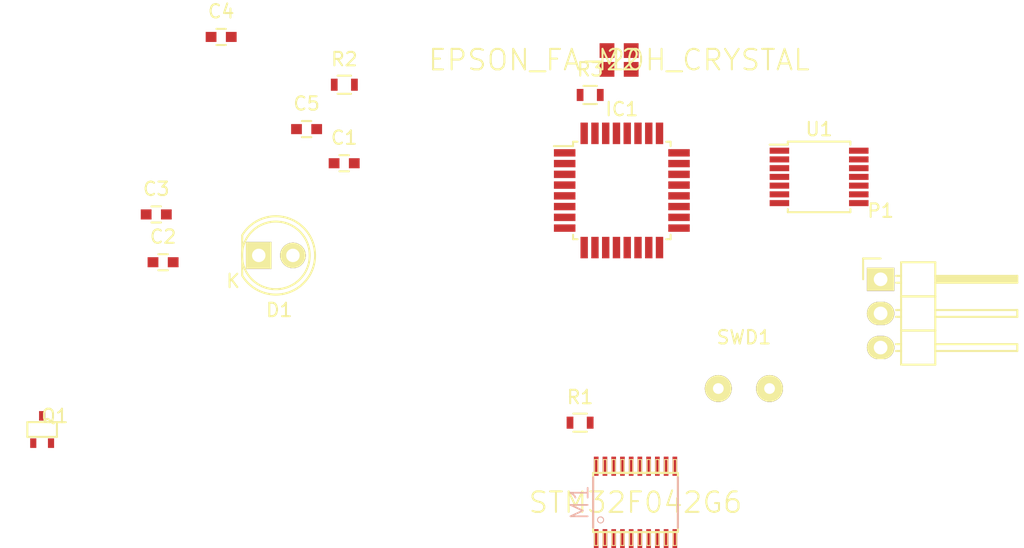
<source format=kicad_pcb>
(kicad_pcb (version 4) (host pcbnew "(2015-05-28 BZR 5690)-product")

  (general
    (links 37)
    (no_connects 37)
    (area 131.490257 87.399 200.867001 128.67574)
    (thickness 1.6)
    (drawings 0)
    (tracks 0)
    (zones 0)
    (modules 16)
    (nets 12)
  )

  (page A4)
  (layers
    (0 F.Cu signal)
    (31 B.Cu signal)
    (32 B.Adhes user)
    (33 F.Adhes user)
    (34 B.Paste user)
    (35 F.Paste user)
    (36 B.SilkS user)
    (37 F.SilkS user)
    (38 B.Mask user)
    (39 F.Mask user)
    (40 Dwgs.User user)
    (41 Cmts.User user)
    (42 Eco1.User user)
    (43 Eco2.User user)
    (44 Edge.Cuts user)
    (45 Margin user)
    (46 B.CrtYd user)
    (47 F.CrtYd user)
    (48 B.Fab user)
    (49 F.Fab user)
  )

  (setup
    (last_trace_width 0.25)
    (trace_clearance 0.2)
    (zone_clearance 0.508)
    (zone_45_only no)
    (trace_min 0.2)
    (segment_width 0.2)
    (edge_width 0.1)
    (via_size 0.6)
    (via_drill 0.4)
    (via_min_size 0.4)
    (via_min_drill 0.3)
    (uvia_size 0.3)
    (uvia_drill 0.1)
    (uvias_allowed no)
    (uvia_min_size 0.2)
    (uvia_min_drill 0.1)
    (pcb_text_width 0.3)
    (pcb_text_size 1.5 1.5)
    (mod_edge_width 0.15)
    (mod_text_size 1 1)
    (mod_text_width 0.15)
    (pad_size 1.5 1.5)
    (pad_drill 0.6)
    (pad_to_mask_clearance 0)
    (aux_axis_origin 0 0)
    (visible_elements FFFFFF7F)
    (pcbplotparams
      (layerselection 0x00030_80000001)
      (usegerberextensions false)
      (excludeedgelayer true)
      (linewidth 0.100000)
      (plotframeref false)
      (viasonmask false)
      (mode 1)
      (useauxorigin false)
      (hpglpennumber 1)
      (hpglpenspeed 20)
      (hpglpendiameter 15)
      (hpglpenoverlay 2)
      (psnegative false)
      (psa4output false)
      (plotreference true)
      (plotvalue true)
      (plotinvisibletext false)
      (padsonsilk false)
      (subtractmaskfromsilk false)
      (outputformat 1)
      (mirror false)
      (drillshape 1)
      (scaleselection 1)
      (outputdirectory ""))
  )

  (net 0 "")
  (net 1 GND)
  (net 2 +3V3)
  (net 3 LED_FET)
  (net 4 !RESET)
  (net 5 "Net-(M1-Pad1)")
  (net 6 "Net-(M1-Pad4)")
  (net 7 swdclk)
  (net 8 "Net-(C4-Pad1)")
  (net 9 "Net-(C5-Pad1)")
  (net 10 "Net-(D1-Pad1)")
  (net 11 IR_RECEIVER1)

  (net_class Default "This is the default net class."
    (clearance 0.2)
    (trace_width 0.25)
    (via_dia 0.6)
    (via_drill 0.4)
    (uvia_dia 0.3)
    (uvia_drill 0.1)
    (add_net !RESET)
    (add_net +3V3)
    (add_net GND)
    (add_net IR_RECEIVER1)
    (add_net LED_FET)
    (add_net "Net-(C4-Pad1)")
    (add_net "Net-(C5-Pad1)")
    (add_net "Net-(D1-Pad1)")
    (add_net "Net-(M1-Pad1)")
    (add_net "Net-(M1-Pad4)")
    (add_net swdclk)
  )

  (module Housings_QFP:TQFP-32_7x7mm_Pitch0.8mm (layer F.Cu) (tedit 54130A77) (tstamp 5637EBD5)
    (at 177.868 101.848)
    (descr "32-Lead Plastic Thin Quad Flatpack (PT) - 7x7x1.0 mm Body, 2.00 mm [TQFP] (see Microchip Packaging Specification 00000049BS.pdf)")
    (tags "QFP 0.8")
    (path /5637E2EF)
    (attr smd)
    (fp_text reference IC1 (at 0 -6.05) (layer F.SilkS)
      (effects (font (size 1 1) (thickness 0.15)))
    )
    (fp_text value ATMEGA328P-A (at 0 6.05) (layer F.Fab)
      (effects (font (size 1 1) (thickness 0.15)))
    )
    (fp_line (start -5.3 -5.3) (end -5.3 5.3) (layer F.CrtYd) (width 0.05))
    (fp_line (start 5.3 -5.3) (end 5.3 5.3) (layer F.CrtYd) (width 0.05))
    (fp_line (start -5.3 -5.3) (end 5.3 -5.3) (layer F.CrtYd) (width 0.05))
    (fp_line (start -5.3 5.3) (end 5.3 5.3) (layer F.CrtYd) (width 0.05))
    (fp_line (start -3.625 -3.625) (end -3.625 -3.3) (layer F.SilkS) (width 0.15))
    (fp_line (start 3.625 -3.625) (end 3.625 -3.3) (layer F.SilkS) (width 0.15))
    (fp_line (start 3.625 3.625) (end 3.625 3.3) (layer F.SilkS) (width 0.15))
    (fp_line (start -3.625 3.625) (end -3.625 3.3) (layer F.SilkS) (width 0.15))
    (fp_line (start -3.625 -3.625) (end -3.3 -3.625) (layer F.SilkS) (width 0.15))
    (fp_line (start -3.625 3.625) (end -3.3 3.625) (layer F.SilkS) (width 0.15))
    (fp_line (start 3.625 3.625) (end 3.3 3.625) (layer F.SilkS) (width 0.15))
    (fp_line (start 3.625 -3.625) (end 3.3 -3.625) (layer F.SilkS) (width 0.15))
    (fp_line (start -3.625 -3.3) (end -5.05 -3.3) (layer F.SilkS) (width 0.15))
    (pad 1 smd rect (at -4.25 -2.8) (size 1.6 0.55) (layers F.Cu F.Paste F.Mask))
    (pad 2 smd rect (at -4.25 -2) (size 1.6 0.55) (layers F.Cu F.Paste F.Mask))
    (pad 3 smd rect (at -4.25 -1.2) (size 1.6 0.55) (layers F.Cu F.Paste F.Mask)
      (net 1 GND))
    (pad 4 smd rect (at -4.25 -0.4) (size 1.6 0.55) (layers F.Cu F.Paste F.Mask)
      (net 2 +3V3))
    (pad 5 smd rect (at -4.25 0.4) (size 1.6 0.55) (layers F.Cu F.Paste F.Mask)
      (net 1 GND))
    (pad 6 smd rect (at -4.25 1.2) (size 1.6 0.55) (layers F.Cu F.Paste F.Mask)
      (net 2 +3V3))
    (pad 7 smd rect (at -4.25 2) (size 1.6 0.55) (layers F.Cu F.Paste F.Mask)
      (net 9 "Net-(C5-Pad1)"))
    (pad 8 smd rect (at -4.25 2.8) (size 1.6 0.55) (layers F.Cu F.Paste F.Mask)
      (net 8 "Net-(C4-Pad1)"))
    (pad 9 smd rect (at -2.8 4.25 90) (size 1.6 0.55) (layers F.Cu F.Paste F.Mask))
    (pad 10 smd rect (at -2 4.25 90) (size 1.6 0.55) (layers F.Cu F.Paste F.Mask))
    (pad 11 smd rect (at -1.2 4.25 90) (size 1.6 0.55) (layers F.Cu F.Paste F.Mask))
    (pad 12 smd rect (at -0.4 4.25 90) (size 1.6 0.55) (layers F.Cu F.Paste F.Mask))
    (pad 13 smd rect (at 0.4 4.25 90) (size 1.6 0.55) (layers F.Cu F.Paste F.Mask)
      (net 3 LED_FET))
    (pad 14 smd rect (at 1.2 4.25 90) (size 1.6 0.55) (layers F.Cu F.Paste F.Mask))
    (pad 15 smd rect (at 2 4.25 90) (size 1.6 0.55) (layers F.Cu F.Paste F.Mask))
    (pad 16 smd rect (at 2.8 4.25 90) (size 1.6 0.55) (layers F.Cu F.Paste F.Mask))
    (pad 17 smd rect (at 4.25 2.8) (size 1.6 0.55) (layers F.Cu F.Paste F.Mask))
    (pad 18 smd rect (at 4.25 2) (size 1.6 0.55) (layers F.Cu F.Paste F.Mask)
      (net 2 +3V3))
    (pad 19 smd rect (at 4.25 1.2) (size 1.6 0.55) (layers F.Cu F.Paste F.Mask))
    (pad 20 smd rect (at 4.25 0.4) (size 1.6 0.55) (layers F.Cu F.Paste F.Mask)
      (net 2 +3V3))
    (pad 21 smd rect (at 4.25 -0.4) (size 1.6 0.55) (layers F.Cu F.Paste F.Mask)
      (net 1 GND))
    (pad 22 smd rect (at 4.25 -1.2) (size 1.6 0.55) (layers F.Cu F.Paste F.Mask))
    (pad 23 smd rect (at 4.25 -2) (size 1.6 0.55) (layers F.Cu F.Paste F.Mask))
    (pad 24 smd rect (at 4.25 -2.8) (size 1.6 0.55) (layers F.Cu F.Paste F.Mask))
    (pad 25 smd rect (at 2.8 -4.25 90) (size 1.6 0.55) (layers F.Cu F.Paste F.Mask))
    (pad 26 smd rect (at 2 -4.25 90) (size 1.6 0.55) (layers F.Cu F.Paste F.Mask))
    (pad 27 smd rect (at 1.2 -4.25 90) (size 1.6 0.55) (layers F.Cu F.Paste F.Mask))
    (pad 28 smd rect (at 0.4 -4.25 90) (size 1.6 0.55) (layers F.Cu F.Paste F.Mask))
    (pad 29 smd rect (at -0.4 -4.25 90) (size 1.6 0.55) (layers F.Cu F.Paste F.Mask)
      (net 4 !RESET))
    (pad 30 smd rect (at -1.2 -4.25 90) (size 1.6 0.55) (layers F.Cu F.Paste F.Mask))
    (pad 31 smd rect (at -2 -4.25 90) (size 1.6 0.55) (layers F.Cu F.Paste F.Mask))
    (pad 32 smd rect (at -2.8 -4.25 90) (size 1.6 0.55) (layers F.Cu F.Paste F.Mask)
      (net 11 IR_RECEIVER1))
    (model Housings_QFP.3dshapes/TQFP-32_7x7mm_Pitch0.8mm.wrl
      (at (xyz 0 0 0))
      (scale (xyz 1 1 1))
      (rotate (xyz 0 0 0))
    )
  )

  (module james:James-TSSOP-20 (layer F.Cu) (tedit 200000) (tstamp 5637EBED)
    (at 178.88458 125.06452)
    (descr "PAD SIZE: 0.35 X 1.43 MM")
    (tags "PAD SIZE: 0.35 X 1.43 MM")
    (path /5637D4CB)
    (attr smd)
    (fp_text reference M1 (at -4.1402 0 90) (layer B.SilkS)
      (effects (font (size 1.27 1.27) (thickness 0.127)))
    )
    (fp_text value STM32F042G6 (at 0 0) (layer F.SilkS)
      (effects (font (thickness 0.15)))
    )
    (fp_line (start -2.39776 3.19786) (end -2.15392 3.19786) (layer F.SilkS) (width 0.06604))
    (fp_line (start -2.15392 3.19786) (end -2.15392 2.19964) (layer F.SilkS) (width 0.06604))
    (fp_line (start -2.39776 2.19964) (end -2.15392 2.19964) (layer F.SilkS) (width 0.06604))
    (fp_line (start -2.39776 3.19786) (end -2.39776 2.19964) (layer F.SilkS) (width 0.06604))
    (fp_line (start -1.74752 3.19786) (end -1.50368 3.19786) (layer F.SilkS) (width 0.06604))
    (fp_line (start -1.50368 3.19786) (end -1.50368 2.19964) (layer F.SilkS) (width 0.06604))
    (fp_line (start -1.74752 2.19964) (end -1.50368 2.19964) (layer F.SilkS) (width 0.06604))
    (fp_line (start -1.74752 3.19786) (end -1.74752 2.19964) (layer F.SilkS) (width 0.06604))
    (fp_line (start -1.09982 3.19786) (end -0.85344 3.19786) (layer F.SilkS) (width 0.06604))
    (fp_line (start -0.85344 3.19786) (end -0.85344 2.19964) (layer F.SilkS) (width 0.06604))
    (fp_line (start -1.09982 2.19964) (end -0.85344 2.19964) (layer F.SilkS) (width 0.06604))
    (fp_line (start -1.09982 3.19786) (end -1.09982 2.19964) (layer F.SilkS) (width 0.06604))
    (fp_line (start -0.44958 3.19786) (end -0.2032 3.19786) (layer F.SilkS) (width 0.06604))
    (fp_line (start -0.2032 3.19786) (end -0.2032 2.19964) (layer F.SilkS) (width 0.06604))
    (fp_line (start -0.44958 2.19964) (end -0.2032 2.19964) (layer F.SilkS) (width 0.06604))
    (fp_line (start -0.44958 3.19786) (end -0.44958 2.19964) (layer F.SilkS) (width 0.06604))
    (fp_line (start 0.19812 3.19786) (end 0.4445 3.19786) (layer F.SilkS) (width 0.06604))
    (fp_line (start 0.4445 3.19786) (end 0.4445 2.19964) (layer F.SilkS) (width 0.06604))
    (fp_line (start 0.19812 2.19964) (end 0.4445 2.19964) (layer F.SilkS) (width 0.06604))
    (fp_line (start 0.19812 3.19786) (end 0.19812 2.19964) (layer F.SilkS) (width 0.06604))
    (fp_line (start 0.84836 3.19786) (end 1.09474 3.19786) (layer F.SilkS) (width 0.06604))
    (fp_line (start 1.09474 3.19786) (end 1.09474 2.19964) (layer F.SilkS) (width 0.06604))
    (fp_line (start 0.84836 2.19964) (end 1.09474 2.19964) (layer F.SilkS) (width 0.06604))
    (fp_line (start 0.84836 3.19786) (end 0.84836 2.19964) (layer F.SilkS) (width 0.06604))
    (fp_line (start 1.4986 3.19786) (end 1.74498 3.19786) (layer F.SilkS) (width 0.06604))
    (fp_line (start 1.74498 3.19786) (end 1.74498 2.19964) (layer F.SilkS) (width 0.06604))
    (fp_line (start 1.4986 2.19964) (end 1.74498 2.19964) (layer F.SilkS) (width 0.06604))
    (fp_line (start 1.4986 3.19786) (end 1.4986 2.19964) (layer F.SilkS) (width 0.06604))
    (fp_line (start 2.14884 3.19786) (end 2.39268 3.19786) (layer F.SilkS) (width 0.06604))
    (fp_line (start 2.39268 3.19786) (end 2.39268 2.19964) (layer F.SilkS) (width 0.06604))
    (fp_line (start 2.14884 2.19964) (end 2.39268 2.19964) (layer F.SilkS) (width 0.06604))
    (fp_line (start 2.14884 3.19786) (end 2.14884 2.19964) (layer F.SilkS) (width 0.06604))
    (fp_line (start 2.15392 -2.19964) (end 2.39776 -2.19964) (layer F.SilkS) (width 0.06604))
    (fp_line (start 2.39776 -2.19964) (end 2.39776 -3.19786) (layer F.SilkS) (width 0.06604))
    (fp_line (start 2.15392 -3.19786) (end 2.39776 -3.19786) (layer F.SilkS) (width 0.06604))
    (fp_line (start 2.15392 -2.19964) (end 2.15392 -3.19786) (layer F.SilkS) (width 0.06604))
    (fp_line (start 1.50368 -2.19964) (end 1.74752 -2.19964) (layer F.SilkS) (width 0.06604))
    (fp_line (start 1.74752 -2.19964) (end 1.74752 -3.19786) (layer F.SilkS) (width 0.06604))
    (fp_line (start 1.50368 -3.19786) (end 1.74752 -3.19786) (layer F.SilkS) (width 0.06604))
    (fp_line (start 1.50368 -2.19964) (end 1.50368 -3.19786) (layer F.SilkS) (width 0.06604))
    (fp_line (start 0.85344 -2.19964) (end 1.09982 -2.19964) (layer F.SilkS) (width 0.06604))
    (fp_line (start 1.09982 -2.19964) (end 1.09982 -3.19786) (layer F.SilkS) (width 0.06604))
    (fp_line (start 0.85344 -3.19786) (end 1.09982 -3.19786) (layer F.SilkS) (width 0.06604))
    (fp_line (start 0.85344 -2.19964) (end 0.85344 -3.19786) (layer F.SilkS) (width 0.06604))
    (fp_line (start 0.2032 -2.19964) (end 0.44958 -2.19964) (layer F.SilkS) (width 0.06604))
    (fp_line (start 0.44958 -2.19964) (end 0.44958 -3.19786) (layer F.SilkS) (width 0.06604))
    (fp_line (start 0.2032 -3.19786) (end 0.44958 -3.19786) (layer F.SilkS) (width 0.06604))
    (fp_line (start 0.2032 -2.19964) (end 0.2032 -3.19786) (layer F.SilkS) (width 0.06604))
    (fp_line (start -0.4445 -2.19964) (end -0.19812 -2.19964) (layer F.SilkS) (width 0.06604))
    (fp_line (start -0.19812 -2.19964) (end -0.19812 -3.19786) (layer F.SilkS) (width 0.06604))
    (fp_line (start -0.4445 -3.19786) (end -0.19812 -3.19786) (layer F.SilkS) (width 0.06604))
    (fp_line (start -0.4445 -2.19964) (end -0.4445 -3.19786) (layer F.SilkS) (width 0.06604))
    (fp_line (start -1.09474 -2.19964) (end -0.84836 -2.19964) (layer F.SilkS) (width 0.06604))
    (fp_line (start -0.84836 -2.19964) (end -0.84836 -3.19786) (layer F.SilkS) (width 0.06604))
    (fp_line (start -1.09474 -3.19786) (end -0.84836 -3.19786) (layer F.SilkS) (width 0.06604))
    (fp_line (start -1.09474 -2.19964) (end -1.09474 -3.19786) (layer F.SilkS) (width 0.06604))
    (fp_line (start -1.74498 -2.19964) (end -1.4986 -2.19964) (layer F.SilkS) (width 0.06604))
    (fp_line (start -1.4986 -2.19964) (end -1.4986 -3.19786) (layer F.SilkS) (width 0.06604))
    (fp_line (start -1.74498 -3.19786) (end -1.4986 -3.19786) (layer F.SilkS) (width 0.06604))
    (fp_line (start -1.74498 -2.19964) (end -1.74498 -3.19786) (layer F.SilkS) (width 0.06604))
    (fp_line (start -2.39268 -2.19964) (end -2.14884 -2.19964) (layer F.SilkS) (width 0.06604))
    (fp_line (start -2.14884 -2.19964) (end -2.14884 -3.19786) (layer F.SilkS) (width 0.06604))
    (fp_line (start -2.39268 -3.19786) (end -2.14884 -3.19786) (layer F.SilkS) (width 0.06604))
    (fp_line (start -2.39268 -2.19964) (end -2.39268 -3.19786) (layer F.SilkS) (width 0.06604))
    (fp_line (start 2.79908 3.19786) (end 3.04292 3.19786) (layer F.SilkS) (width 0.06604))
    (fp_line (start 3.04292 3.19786) (end 3.04292 2.19964) (layer F.SilkS) (width 0.06604))
    (fp_line (start 2.79908 2.19964) (end 3.04292 2.19964) (layer F.SilkS) (width 0.06604))
    (fp_line (start 2.79908 3.19786) (end 2.79908 2.19964) (layer F.SilkS) (width 0.06604))
    (fp_line (start 2.80416 -2.19964) (end 3.048 -2.19964) (layer F.SilkS) (width 0.06604))
    (fp_line (start 3.048 -2.19964) (end 3.048 -3.19786) (layer F.SilkS) (width 0.06604))
    (fp_line (start 2.80416 -3.19786) (end 3.048 -3.19786) (layer F.SilkS) (width 0.06604))
    (fp_line (start 2.80416 -2.19964) (end 2.80416 -3.19786) (layer F.SilkS) (width 0.06604))
    (fp_line (start -3.048 3.19786) (end -2.80416 3.19786) (layer F.SilkS) (width 0.06604))
    (fp_line (start -2.80416 3.19786) (end -2.80416 2.19964) (layer F.SilkS) (width 0.06604))
    (fp_line (start -3.048 2.19964) (end -2.80416 2.19964) (layer F.SilkS) (width 0.06604))
    (fp_line (start -3.048 3.19786) (end -3.048 2.19964) (layer F.SilkS) (width 0.06604))
    (fp_line (start -3.04292 -2.19964) (end -2.79908 -2.19964) (layer F.SilkS) (width 0.06604))
    (fp_line (start -2.79908 -2.19964) (end -2.79908 -3.19786) (layer F.SilkS) (width 0.06604))
    (fp_line (start -3.04292 -3.19786) (end -2.79908 -3.19786) (layer F.SilkS) (width 0.06604))
    (fp_line (start -3.04292 -2.19964) (end -3.04292 -3.19786) (layer F.SilkS) (width 0.06604))
    (fp_line (start -2.49936 -2.19964) (end 2.49936 -2.19964) (layer F.SilkS) (width 0.1524))
    (fp_line (start 2.49936 2.19964) (end -2.49936 2.19964) (layer F.SilkS) (width 0.1524))
    (fp_line (start -1.84912 -2.19964) (end 3.1496 -2.19964) (layer F.SilkS) (width 0.1524))
    (fp_line (start 3.1496 -2.19964) (end 3.1496 2.19964) (layer F.SilkS) (width 0.1524))
    (fp_line (start 3.1496 2.19964) (end -1.84912 2.19964) (layer F.SilkS) (width 0.1524))
    (fp_line (start 3.1496 -1.87452) (end 3.1496 1.87452) (layer B.SilkS) (width 0.1524))
    (fp_line (start -3.1496 -2.19964) (end 1.84912 -2.19964) (layer F.SilkS) (width 0.1524))
    (fp_line (start 1.84912 2.19964) (end -3.1496 2.19964) (layer F.SilkS) (width 0.1524))
    (fp_line (start -3.1496 2.19964) (end -3.1496 -2.19964) (layer F.SilkS) (width 0.1524))
    (fp_line (start -3.1496 1.87452) (end -3.1496 -1.87452) (layer B.SilkS) (width 0.1524))
    (fp_circle (center -2.59842 1.29794) (end -2.75844 1.45796) (layer B.SilkS) (width 0.0762))
    (pad 1 smd rect (at -2.92354 2.69748 90) (size 1.42748 0.34798) (layers F.Cu F.Paste F.Mask)
      (net 5 "Net-(M1-Pad1)"))
    (pad 2 smd rect (at -2.2733 2.69748 90) (size 1.42748 0.34798) (layers F.Cu F.Paste F.Mask))
    (pad 3 smd rect (at -1.62306 2.69748 90) (size 1.42748 0.34798) (layers F.Cu F.Paste F.Mask))
    (pad 4 smd rect (at -0.97282 2.69748 90) (size 1.42748 0.34798) (layers F.Cu F.Paste F.Mask)
      (net 6 "Net-(M1-Pad4)"))
    (pad 5 smd rect (at -0.32258 2.69748 90) (size 1.42748 0.34798) (layers F.Cu F.Paste F.Mask)
      (net 2 +3V3))
    (pad 6 smd rect (at 0.32258 2.69748 90) (size 1.42748 0.34798) (layers F.Cu F.Paste F.Mask))
    (pad 7 smd rect (at 0.97282 2.69748 90) (size 1.42748 0.34798) (layers F.Cu F.Paste F.Mask))
    (pad 8 smd rect (at 1.62306 2.69748 90) (size 1.42748 0.34798) (layers F.Cu F.Paste F.Mask))
    (pad 9 smd rect (at 2.2733 2.69748 90) (size 1.42748 0.34798) (layers F.Cu F.Paste F.Mask))
    (pad 10 smd rect (at 2.92354 2.69748 90) (size 1.42748 0.34798) (layers F.Cu F.Paste F.Mask))
    (pad 11 smd rect (at 2.92354 -2.69748 90) (size 1.42748 0.34798) (layers F.Cu F.Paste F.Mask))
    (pad 12 smd rect (at 2.2733 -2.69748 90) (size 1.42748 0.34798) (layers F.Cu F.Paste F.Mask)
      (net 3 LED_FET))
    (pad 13 smd rect (at 1.62306 -2.69748 90) (size 1.42748 0.34798) (layers F.Cu F.Paste F.Mask))
    (pad 14 smd rect (at 0.97282 -2.69748 90) (size 1.42748 0.34798) (layers F.Cu F.Paste F.Mask))
    (pad 15 smd rect (at 0.32258 -2.69748 90) (size 1.42748 0.34798) (layers F.Cu F.Paste F.Mask)
      (net 1 GND))
    (pad 16 smd rect (at -0.32258 -2.69748 90) (size 1.42748 0.34798) (layers F.Cu F.Paste F.Mask)
      (net 2 +3V3))
    (pad 17 smd rect (at -0.97282 -2.69748 90) (size 1.42748 0.34798) (layers F.Cu F.Paste F.Mask))
    (pad 18 smd rect (at -1.62306 -2.69748 90) (size 1.42748 0.34798) (layers F.Cu F.Paste F.Mask))
    (pad 19 smd rect (at -2.2733 -2.69748 90) (size 1.42748 0.34798) (layers F.Cu F.Paste F.Mask))
    (pad 20 smd rect (at -2.92354 -2.69748 90) (size 1.42748 0.34798) (layers F.Cu F.Paste F.Mask)
      (net 7 swdclk))
  )

  (module Ava:Ava-EPSON-FA-20H-CRYSTAL (layer F.Cu) (tedit 200000) (tstamp 5637EBF5)
    (at 177.66284 92.1385)
    (descr HTTP://WWW.FARNELL.COM/DATASHEETS/388641.PDF)
    (tags HTTP://WWW.FARNELL.COM/DATASHEETS/388641.PDF)
    (path /5637FD73)
    (attr smd)
    (fp_text reference M2 (at 0 0) (layer F.SilkS)
      (effects (font (thickness 0.15)))
    )
    (fp_text value EPSON_FA-20H_CRYSTAL (at 0 0) (layer F.SilkS)
      (effects (font (thickness 0.15)))
    )
    (pad 1 smd rect (at -0.89916 0.6985) (size 1.09982 1.09982) (layers F.Cu F.Paste F.Mask)
      (net 8 "Net-(C4-Pad1)"))
    (pad 2 smd rect (at 0.89916 0.6985) (size 1.09982 1.09982) (layers F.Cu F.Paste F.Mask))
    (pad 3 smd rect (at 0.89916 -0.6985) (size 1.09982 1.09982) (layers F.Cu F.Paste F.Mask)
      (net 9 "Net-(C5-Pad1)"))
    (pad 4 smd rect (at -0.89916 -0.6985) (size 1.09982 1.09982) (layers F.Cu F.Paste F.Mask))
  )

  (module Transistors_SMD:sc70 (layer F.Cu) (tedit 0) (tstamp 5637EBFC)
    (at 134.7724 119.634)
    (descr "SC70 SOT323")
    (path /5637D5D8)
    (attr smd)
    (fp_text reference Q1 (at 0.95 -1) (layer F.SilkS)
      (effects (font (size 1 1) (thickness 0.15)))
    )
    (fp_text value Q_NMOS_GSD (at 1.85 0.25) (layer F.Fab)
      (effects (font (size 1 1) (thickness 0.15)))
    )
    (fp_line (start -1.1 -0.55) (end -1.1 0.55) (layer F.SilkS) (width 0.15))
    (fp_line (start -1.1 0.55) (end 1.1 0.55) (layer F.SilkS) (width 0.15))
    (fp_line (start 1.1 0.55) (end 1.1 -0.55) (layer F.SilkS) (width 0.15))
    (fp_line (start 1.1 -0.55) (end -1.05 -0.55) (layer F.SilkS) (width 0.15))
    (fp_line (start -1.05 -0.55) (end -1.1 -0.55) (layer F.SilkS) (width 0.15))
    (pad 1 smd rect (at -0.6604 1.016) (size 0.4572 0.7112) (layers F.Cu F.Paste F.Mask)
      (net 3 LED_FET))
    (pad 2 smd rect (at 0.6604 1.016) (size 0.4572 0.7112) (layers F.Cu F.Paste F.Mask)
      (net 1 GND))
    (pad 3 smd rect (at 0 -1.016) (size 0.4572 0.7112) (layers F.Cu F.Paste F.Mask)
      (net 10 "Net-(D1-Pad1)"))
    (model Transistors_SMD.3dshapes/sc70.wrl
      (at (xyz 0 0 0))
      (scale (xyz 1 1 1))
      (rotate (xyz 0 0 0))
    )
  )

  (module Resistors_SMD:R_0603 (layer F.Cu) (tedit 5415CC62) (tstamp 5637EC02)
    (at 174.764 119.126)
    (descr "Resistor SMD 0603, reflow soldering, Vishay (see dcrcw.pdf)")
    (tags "resistor 0603")
    (path /5637D53F)
    (attr smd)
    (fp_text reference R1 (at 0 -1.9) (layer F.SilkS)
      (effects (font (size 1 1) (thickness 0.15)))
    )
    (fp_text value R (at 0 1.9) (layer F.Fab)
      (effects (font (size 1 1) (thickness 0.15)))
    )
    (fp_line (start -1.3 -0.8) (end 1.3 -0.8) (layer F.CrtYd) (width 0.05))
    (fp_line (start -1.3 0.8) (end 1.3 0.8) (layer F.CrtYd) (width 0.05))
    (fp_line (start -1.3 -0.8) (end -1.3 0.8) (layer F.CrtYd) (width 0.05))
    (fp_line (start 1.3 -0.8) (end 1.3 0.8) (layer F.CrtYd) (width 0.05))
    (fp_line (start 0.5 0.675) (end -0.5 0.675) (layer F.SilkS) (width 0.15))
    (fp_line (start -0.5 -0.675) (end 0.5 -0.675) (layer F.SilkS) (width 0.15))
    (pad 1 smd rect (at -0.75 0) (size 0.5 0.9) (layers F.Cu F.Paste F.Mask)
      (net 5 "Net-(M1-Pad1)"))
    (pad 2 smd rect (at 0.75 0) (size 0.5 0.9) (layers F.Cu F.Paste F.Mask)
      (net 1 GND))
    (model Resistors_SMD.3dshapes/R_0603.wrl
      (at (xyz 0 0 0))
      (scale (xyz 1 1 1))
      (rotate (xyz 0 0 0))
    )
  )

  (module Resistors_SMD:R_0603 (layer F.Cu) (tedit 5415CC62) (tstamp 5637EC08)
    (at 157.238 93.98)
    (descr "Resistor SMD 0603, reflow soldering, Vishay (see dcrcw.pdf)")
    (tags "resistor 0603")
    (path /5637E746)
    (attr smd)
    (fp_text reference R2 (at 0 -1.9) (layer F.SilkS)
      (effects (font (size 1 1) (thickness 0.15)))
    )
    (fp_text value R (at 0 1.9) (layer F.Fab)
      (effects (font (size 1 1) (thickness 0.15)))
    )
    (fp_line (start -1.3 -0.8) (end 1.3 -0.8) (layer F.CrtYd) (width 0.05))
    (fp_line (start -1.3 0.8) (end 1.3 0.8) (layer F.CrtYd) (width 0.05))
    (fp_line (start -1.3 -0.8) (end -1.3 0.8) (layer F.CrtYd) (width 0.05))
    (fp_line (start 1.3 -0.8) (end 1.3 0.8) (layer F.CrtYd) (width 0.05))
    (fp_line (start 0.5 0.675) (end -0.5 0.675) (layer F.SilkS) (width 0.15))
    (fp_line (start -0.5 -0.675) (end 0.5 -0.675) (layer F.SilkS) (width 0.15))
    (pad 1 smd rect (at -0.75 0) (size 0.5 0.9) (layers F.Cu F.Paste F.Mask)
      (net 6 "Net-(M1-Pad4)"))
    (pad 2 smd rect (at 0.75 0) (size 0.5 0.9) (layers F.Cu F.Paste F.Mask)
      (net 2 +3V3))
    (model Resistors_SMD.3dshapes/R_0603.wrl
      (at (xyz 0 0 0))
      (scale (xyz 1 1 1))
      (rotate (xyz 0 0 0))
    )
  )

  (module Resistors_SMD:R_0603 (layer F.Cu) (tedit 5415CC62) (tstamp 5637EC0E)
    (at 175.514 94.742)
    (descr "Resistor SMD 0603, reflow soldering, Vishay (see dcrcw.pdf)")
    (tags "resistor 0603")
    (path /5637EA97)
    (attr smd)
    (fp_text reference R3 (at 0 -1.9) (layer F.SilkS)
      (effects (font (size 1 1) (thickness 0.15)))
    )
    (fp_text value 10K (at 0 1.9) (layer F.Fab)
      (effects (font (size 1 1) (thickness 0.15)))
    )
    (fp_line (start -1.3 -0.8) (end 1.3 -0.8) (layer F.CrtYd) (width 0.05))
    (fp_line (start -1.3 0.8) (end 1.3 0.8) (layer F.CrtYd) (width 0.05))
    (fp_line (start -1.3 -0.8) (end -1.3 0.8) (layer F.CrtYd) (width 0.05))
    (fp_line (start 1.3 -0.8) (end 1.3 0.8) (layer F.CrtYd) (width 0.05))
    (fp_line (start 0.5 0.675) (end -0.5 0.675) (layer F.SilkS) (width 0.15))
    (fp_line (start -0.5 -0.675) (end 0.5 -0.675) (layer F.SilkS) (width 0.15))
    (pad 1 smd rect (at -0.75 0) (size 0.5 0.9) (layers F.Cu F.Paste F.Mask)
      (net 2 +3V3))
    (pad 2 smd rect (at 0.75 0) (size 0.5 0.9) (layers F.Cu F.Paste F.Mask)
      (net 4 !RESET))
    (model Resistors_SMD.3dshapes/R_0603.wrl
      (at (xyz 0 0 0))
      (scale (xyz 1 1 1))
      (rotate (xyz 0 0 0))
    )
  )

  (module Capacitors_SMD:C_0603 (layer F.Cu) (tedit 5415D631) (tstamp 5637F15B)
    (at 157.226 99.822)
    (descr "Capacitor SMD 0603, reflow soldering, AVX (see smccp.pdf)")
    (tags "capacitor 0603")
    (path /5637FF63)
    (attr smd)
    (fp_text reference C1 (at 0 -1.9) (layer F.SilkS)
      (effects (font (size 1 1) (thickness 0.15)))
    )
    (fp_text value C (at 0 1.9) (layer F.Fab)
      (effects (font (size 1 1) (thickness 0.15)))
    )
    (fp_line (start -1.45 -0.75) (end 1.45 -0.75) (layer F.CrtYd) (width 0.05))
    (fp_line (start -1.45 0.75) (end 1.45 0.75) (layer F.CrtYd) (width 0.05))
    (fp_line (start -1.45 -0.75) (end -1.45 0.75) (layer F.CrtYd) (width 0.05))
    (fp_line (start 1.45 -0.75) (end 1.45 0.75) (layer F.CrtYd) (width 0.05))
    (fp_line (start -0.35 -0.6) (end 0.35 -0.6) (layer F.SilkS) (width 0.15))
    (fp_line (start 0.35 0.6) (end -0.35 0.6) (layer F.SilkS) (width 0.15))
    (pad 1 smd rect (at -0.75 0) (size 0.8 0.75) (layers F.Cu F.Paste F.Mask)
      (net 2 +3V3))
    (pad 2 smd rect (at 0.75 0) (size 0.8 0.75) (layers F.Cu F.Paste F.Mask)
      (net 1 GND))
    (model Capacitors_SMD.3dshapes/C_0603.wrl
      (at (xyz 0 0 0))
      (scale (xyz 1 1 1))
      (rotate (xyz 0 0 0))
    )
  )

  (module Capacitors_SMD:C_0603 (layer F.Cu) (tedit 5415D631) (tstamp 5637F161)
    (at 143.764 107.188)
    (descr "Capacitor SMD 0603, reflow soldering, AVX (see smccp.pdf)")
    (tags "capacitor 0603")
    (path /5638004C)
    (attr smd)
    (fp_text reference C2 (at 0 -1.9) (layer F.SilkS)
      (effects (font (size 1 1) (thickness 0.15)))
    )
    (fp_text value C (at 0 1.9) (layer F.Fab)
      (effects (font (size 1 1) (thickness 0.15)))
    )
    (fp_line (start -1.45 -0.75) (end 1.45 -0.75) (layer F.CrtYd) (width 0.05))
    (fp_line (start -1.45 0.75) (end 1.45 0.75) (layer F.CrtYd) (width 0.05))
    (fp_line (start -1.45 -0.75) (end -1.45 0.75) (layer F.CrtYd) (width 0.05))
    (fp_line (start 1.45 -0.75) (end 1.45 0.75) (layer F.CrtYd) (width 0.05))
    (fp_line (start -0.35 -0.6) (end 0.35 -0.6) (layer F.SilkS) (width 0.15))
    (fp_line (start 0.35 0.6) (end -0.35 0.6) (layer F.SilkS) (width 0.15))
    (pad 1 smd rect (at -0.75 0) (size 0.8 0.75) (layers F.Cu F.Paste F.Mask)
      (net 2 +3V3))
    (pad 2 smd rect (at 0.75 0) (size 0.8 0.75) (layers F.Cu F.Paste F.Mask)
      (net 1 GND))
    (model Capacitors_SMD.3dshapes/C_0603.wrl
      (at (xyz 0 0 0))
      (scale (xyz 1 1 1))
      (rotate (xyz 0 0 0))
    )
  )

  (module Capacitors_SMD:C_0603 (layer F.Cu) (tedit 5415D631) (tstamp 5637F167)
    (at 143.256 103.632)
    (descr "Capacitor SMD 0603, reflow soldering, AVX (see smccp.pdf)")
    (tags "capacitor 0603")
    (path /563814AB)
    (attr smd)
    (fp_text reference C3 (at 0 -1.9) (layer F.SilkS)
      (effects (font (size 1 1) (thickness 0.15)))
    )
    (fp_text value C (at 0 1.9) (layer F.Fab)
      (effects (font (size 1 1) (thickness 0.15)))
    )
    (fp_line (start -1.45 -0.75) (end 1.45 -0.75) (layer F.CrtYd) (width 0.05))
    (fp_line (start -1.45 0.75) (end 1.45 0.75) (layer F.CrtYd) (width 0.05))
    (fp_line (start -1.45 -0.75) (end -1.45 0.75) (layer F.CrtYd) (width 0.05))
    (fp_line (start 1.45 -0.75) (end 1.45 0.75) (layer F.CrtYd) (width 0.05))
    (fp_line (start -0.35 -0.6) (end 0.35 -0.6) (layer F.SilkS) (width 0.15))
    (fp_line (start 0.35 0.6) (end -0.35 0.6) (layer F.SilkS) (width 0.15))
    (pad 1 smd rect (at -0.75 0) (size 0.8 0.75) (layers F.Cu F.Paste F.Mask)
      (net 2 +3V3))
    (pad 2 smd rect (at 0.75 0) (size 0.8 0.75) (layers F.Cu F.Paste F.Mask)
      (net 1 GND))
    (model Capacitors_SMD.3dshapes/C_0603.wrl
      (at (xyz 0 0 0))
      (scale (xyz 1 1 1))
      (rotate (xyz 0 0 0))
    )
  )

  (module Capacitors_SMD:C_0603 (layer F.Cu) (tedit 5415D631) (tstamp 5637F16D)
    (at 148.082 90.424)
    (descr "Capacitor SMD 0603, reflow soldering, AVX (see smccp.pdf)")
    (tags "capacitor 0603")
    (path /5638066C)
    (attr smd)
    (fp_text reference C4 (at 0 -1.9) (layer F.SilkS)
      (effects (font (size 1 1) (thickness 0.15)))
    )
    (fp_text value C (at 0 1.9) (layer F.Fab)
      (effects (font (size 1 1) (thickness 0.15)))
    )
    (fp_line (start -1.45 -0.75) (end 1.45 -0.75) (layer F.CrtYd) (width 0.05))
    (fp_line (start -1.45 0.75) (end 1.45 0.75) (layer F.CrtYd) (width 0.05))
    (fp_line (start -1.45 -0.75) (end -1.45 0.75) (layer F.CrtYd) (width 0.05))
    (fp_line (start 1.45 -0.75) (end 1.45 0.75) (layer F.CrtYd) (width 0.05))
    (fp_line (start -0.35 -0.6) (end 0.35 -0.6) (layer F.SilkS) (width 0.15))
    (fp_line (start 0.35 0.6) (end -0.35 0.6) (layer F.SilkS) (width 0.15))
    (pad 1 smd rect (at -0.75 0) (size 0.8 0.75) (layers F.Cu F.Paste F.Mask)
      (net 8 "Net-(C4-Pad1)"))
    (pad 2 smd rect (at 0.75 0) (size 0.8 0.75) (layers F.Cu F.Paste F.Mask)
      (net 1 GND))
    (model Capacitors_SMD.3dshapes/C_0603.wrl
      (at (xyz 0 0 0))
      (scale (xyz 1 1 1))
      (rotate (xyz 0 0 0))
    )
  )

  (module Capacitors_SMD:C_0603 (layer F.Cu) (tedit 5415D631) (tstamp 5637F173)
    (at 154.432 97.282)
    (descr "Capacitor SMD 0603, reflow soldering, AVX (see smccp.pdf)")
    (tags "capacitor 0603")
    (path /563806D2)
    (attr smd)
    (fp_text reference C5 (at 0 -1.9) (layer F.SilkS)
      (effects (font (size 1 1) (thickness 0.15)))
    )
    (fp_text value C (at 0 1.9) (layer F.Fab)
      (effects (font (size 1 1) (thickness 0.15)))
    )
    (fp_line (start -1.45 -0.75) (end 1.45 -0.75) (layer F.CrtYd) (width 0.05))
    (fp_line (start -1.45 0.75) (end 1.45 0.75) (layer F.CrtYd) (width 0.05))
    (fp_line (start -1.45 -0.75) (end -1.45 0.75) (layer F.CrtYd) (width 0.05))
    (fp_line (start 1.45 -0.75) (end 1.45 0.75) (layer F.CrtYd) (width 0.05))
    (fp_line (start -0.35 -0.6) (end 0.35 -0.6) (layer F.SilkS) (width 0.15))
    (fp_line (start 0.35 0.6) (end -0.35 0.6) (layer F.SilkS) (width 0.15))
    (pad 1 smd rect (at -0.75 0) (size 0.8 0.75) (layers F.Cu F.Paste F.Mask)
      (net 9 "Net-(C5-Pad1)"))
    (pad 2 smd rect (at 0.75 0) (size 0.8 0.75) (layers F.Cu F.Paste F.Mask)
      (net 1 GND))
    (model Capacitors_SMD.3dshapes/C_0603.wrl
      (at (xyz 0 0 0))
      (scale (xyz 1 1 1))
      (rotate (xyz 0 0 0))
    )
  )

  (module LEDs:LED-5MM (layer F.Cu) (tedit 5570F7EA) (tstamp 5637F179)
    (at 150.876 106.68)
    (descr "LED 5mm round vertical")
    (tags "LED 5mm round vertical")
    (path /5637D59C)
    (fp_text reference D1 (at 1.524 4.064) (layer F.SilkS)
      (effects (font (size 1 1) (thickness 0.15)))
    )
    (fp_text value LED (at 1.524 -3.937) (layer F.Fab)
      (effects (font (size 1 1) (thickness 0.15)))
    )
    (fp_line (start -1.5 -1.55) (end -1.5 1.55) (layer F.CrtYd) (width 0.05))
    (fp_arc (start 1.3 0) (end -1.5 1.55) (angle -302) (layer F.CrtYd) (width 0.05))
    (fp_arc (start 1.27 0) (end -1.23 -1.5) (angle 297.5) (layer F.SilkS) (width 0.15))
    (fp_line (start -1.23 1.5) (end -1.23 -1.5) (layer F.SilkS) (width 0.15))
    (fp_circle (center 1.27 0) (end 0.97 -2.5) (layer F.SilkS) (width 0.15))
    (fp_text user K (at -1.905 1.905) (layer F.SilkS)
      (effects (font (size 1 1) (thickness 0.15)))
    )
    (pad 1 thru_hole rect (at 0 0 90) (size 2 1.9) (drill 1.00076) (layers *.Cu *.Mask F.SilkS)
      (net 10 "Net-(D1-Pad1)"))
    (pad 2 thru_hole circle (at 2.54 0) (size 1.9 1.9) (drill 1.00076) (layers *.Cu *.Mask F.SilkS)
      (net 2 +3V3))
    (model LEDs.3dshapes/LED-5MM.wrl
      (at (xyz 0.05 0 0))
      (scale (xyz 1 1 1))
      (rotate (xyz 0 0 90))
    )
  )

  (module Wire_Pads:SolderWirePad_2x_0-8mmDrill (layer F.Cu) (tedit 0) (tstamp 5637F17F)
    (at 186.944 116.586)
    (path /56381B20)
    (fp_text reference SWD1 (at 0 -3.81) (layer F.SilkS)
      (effects (font (size 1 1) (thickness 0.15)))
    )
    (fp_text value CON_HEADER_1X02-PTH (at 0.635 2.54) (layer F.Fab)
      (effects (font (size 1 1) (thickness 0.15)))
    )
    (pad 1 thru_hole circle (at -1.905 0) (size 1.99898 1.99898) (drill 0.8001) (layers *.Cu *.Mask F.SilkS)
      (net 7 swdclk))
    (pad 1 thru_hole circle (at 1.905 0) (size 1.99898 1.99898) (drill 0.8001) (layers *.Cu *.Mask F.SilkS)
      (net 7 swdclk))
  )

  (module Housings_SSOP:TSSOP-14_4.4x5mm_Pitch0.65mm (layer F.Cu) (tedit 54130A77) (tstamp 5637F191)
    (at 192.532 100.838)
    (descr "14-Lead Plastic Thin Shrink Small Outline (ST)-4.4 mm Body [TSSOP] (see Microchip Packaging Specification 00000049BS.pdf)")
    (tags "SSOP 0.65")
    (path /563820F3)
    (attr smd)
    (fp_text reference U1 (at 0 -3.55) (layer F.SilkS)
      (effects (font (size 1 1) (thickness 0.15)))
    )
    (fp_text value 74LS08 (at 0 3.55) (layer F.Fab)
      (effects (font (size 1 1) (thickness 0.15)))
    )
    (fp_line (start -3.95 -2.8) (end -3.95 2.8) (layer F.CrtYd) (width 0.05))
    (fp_line (start 3.95 -2.8) (end 3.95 2.8) (layer F.CrtYd) (width 0.05))
    (fp_line (start -3.95 -2.8) (end 3.95 -2.8) (layer F.CrtYd) (width 0.05))
    (fp_line (start -3.95 2.8) (end 3.95 2.8) (layer F.CrtYd) (width 0.05))
    (fp_line (start -2.325 -2.625) (end -2.325 -2.4) (layer F.SilkS) (width 0.15))
    (fp_line (start 2.325 -2.625) (end 2.325 -2.4) (layer F.SilkS) (width 0.15))
    (fp_line (start 2.325 2.625) (end 2.325 2.4) (layer F.SilkS) (width 0.15))
    (fp_line (start -2.325 2.625) (end -2.325 2.4) (layer F.SilkS) (width 0.15))
    (fp_line (start -2.325 -2.625) (end 2.325 -2.625) (layer F.SilkS) (width 0.15))
    (fp_line (start -2.325 2.625) (end 2.325 2.625) (layer F.SilkS) (width 0.15))
    (fp_line (start -2.325 -2.4) (end -3.675 -2.4) (layer F.SilkS) (width 0.15))
    (pad 1 smd rect (at -2.95 -1.95) (size 1.45 0.45) (layers F.Cu F.Paste F.Mask))
    (pad 2 smd rect (at -2.95 -1.3) (size 1.45 0.45) (layers F.Cu F.Paste F.Mask))
    (pad 3 smd rect (at -2.95 -0.65) (size 1.45 0.45) (layers F.Cu F.Paste F.Mask))
    (pad 4 smd rect (at -2.95 0) (size 1.45 0.45) (layers F.Cu F.Paste F.Mask))
    (pad 5 smd rect (at -2.95 0.65) (size 1.45 0.45) (layers F.Cu F.Paste F.Mask))
    (pad 6 smd rect (at -2.95 1.3) (size 1.45 0.45) (layers F.Cu F.Paste F.Mask))
    (pad 7 smd rect (at -2.95 1.95) (size 1.45 0.45) (layers F.Cu F.Paste F.Mask)
      (net 1 GND))
    (pad 8 smd rect (at 2.95 1.95) (size 1.45 0.45) (layers F.Cu F.Paste F.Mask))
    (pad 9 smd rect (at 2.95 1.3) (size 1.45 0.45) (layers F.Cu F.Paste F.Mask))
    (pad 10 smd rect (at 2.95 0.65) (size 1.45 0.45) (layers F.Cu F.Paste F.Mask))
    (pad 11 smd rect (at 2.95 0) (size 1.45 0.45) (layers F.Cu F.Paste F.Mask))
    (pad 12 smd rect (at 2.95 -0.65) (size 1.45 0.45) (layers F.Cu F.Paste F.Mask))
    (pad 13 smd rect (at 2.95 -1.3) (size 1.45 0.45) (layers F.Cu F.Paste F.Mask))
    (pad 14 smd rect (at 2.95 -1.95) (size 1.45 0.45) (layers F.Cu F.Paste F.Mask))
    (model Housings_SSOP.3dshapes/TSSOP-14_4.4x5mm_Pitch0.65mm.wrl
      (at (xyz 0 0 0))
      (scale (xyz 1 1 1))
      (rotate (xyz 0 0 0))
    )
  )

  (module Pin_Headers:Pin_Header_Angled_1x03 (layer F.Cu) (tedit 0) (tstamp 5637F881)
    (at 197.104 108.458)
    (descr "Through hole pin header")
    (tags "pin header")
    (path /56384092)
    (fp_text reference P1 (at 0 -5.1) (layer F.SilkS)
      (effects (font (size 1 1) (thickness 0.15)))
    )
    (fp_text value CONN_01X03 (at 0 -3.1) (layer F.Fab)
      (effects (font (size 1 1) (thickness 0.15)))
    )
    (fp_line (start -1.5 -1.75) (end -1.5 6.85) (layer F.CrtYd) (width 0.05))
    (fp_line (start 10.65 -1.75) (end 10.65 6.85) (layer F.CrtYd) (width 0.05))
    (fp_line (start -1.5 -1.75) (end 10.65 -1.75) (layer F.CrtYd) (width 0.05))
    (fp_line (start -1.5 6.85) (end 10.65 6.85) (layer F.CrtYd) (width 0.05))
    (fp_line (start -1.3 -1.55) (end -1.3 0) (layer F.SilkS) (width 0.15))
    (fp_line (start 0 -1.55) (end -1.3 -1.55) (layer F.SilkS) (width 0.15))
    (fp_line (start 4.191 -0.127) (end 10.033 -0.127) (layer F.SilkS) (width 0.15))
    (fp_line (start 10.033 -0.127) (end 10.033 0.127) (layer F.SilkS) (width 0.15))
    (fp_line (start 10.033 0.127) (end 4.191 0.127) (layer F.SilkS) (width 0.15))
    (fp_line (start 4.191 0.127) (end 4.191 0) (layer F.SilkS) (width 0.15))
    (fp_line (start 4.191 0) (end 10.033 0) (layer F.SilkS) (width 0.15))
    (fp_line (start 1.524 -0.254) (end 1.143 -0.254) (layer F.SilkS) (width 0.15))
    (fp_line (start 1.524 0.254) (end 1.143 0.254) (layer F.SilkS) (width 0.15))
    (fp_line (start 1.524 2.286) (end 1.143 2.286) (layer F.SilkS) (width 0.15))
    (fp_line (start 1.524 2.794) (end 1.143 2.794) (layer F.SilkS) (width 0.15))
    (fp_line (start 1.524 4.826) (end 1.143 4.826) (layer F.SilkS) (width 0.15))
    (fp_line (start 1.524 5.334) (end 1.143 5.334) (layer F.SilkS) (width 0.15))
    (fp_line (start 4.064 1.27) (end 4.064 -1.27) (layer F.SilkS) (width 0.15))
    (fp_line (start 10.16 0.254) (end 4.064 0.254) (layer F.SilkS) (width 0.15))
    (fp_line (start 10.16 -0.254) (end 10.16 0.254) (layer F.SilkS) (width 0.15))
    (fp_line (start 4.064 -0.254) (end 10.16 -0.254) (layer F.SilkS) (width 0.15))
    (fp_line (start 1.524 1.27) (end 4.064 1.27) (layer F.SilkS) (width 0.15))
    (fp_line (start 1.524 -1.27) (end 1.524 1.27) (layer F.SilkS) (width 0.15))
    (fp_line (start 1.524 -1.27) (end 4.064 -1.27) (layer F.SilkS) (width 0.15))
    (fp_line (start 1.524 3.81) (end 4.064 3.81) (layer F.SilkS) (width 0.15))
    (fp_line (start 1.524 3.81) (end 1.524 6.35) (layer F.SilkS) (width 0.15))
    (fp_line (start 4.064 4.826) (end 10.16 4.826) (layer F.SilkS) (width 0.15))
    (fp_line (start 10.16 4.826) (end 10.16 5.334) (layer F.SilkS) (width 0.15))
    (fp_line (start 10.16 5.334) (end 4.064 5.334) (layer F.SilkS) (width 0.15))
    (fp_line (start 4.064 6.35) (end 4.064 3.81) (layer F.SilkS) (width 0.15))
    (fp_line (start 4.064 3.81) (end 4.064 1.27) (layer F.SilkS) (width 0.15))
    (fp_line (start 10.16 2.794) (end 4.064 2.794) (layer F.SilkS) (width 0.15))
    (fp_line (start 10.16 2.286) (end 10.16 2.794) (layer F.SilkS) (width 0.15))
    (fp_line (start 4.064 2.286) (end 10.16 2.286) (layer F.SilkS) (width 0.15))
    (fp_line (start 1.524 3.81) (end 4.064 3.81) (layer F.SilkS) (width 0.15))
    (fp_line (start 1.524 1.27) (end 1.524 3.81) (layer F.SilkS) (width 0.15))
    (fp_line (start 1.524 1.27) (end 4.064 1.27) (layer F.SilkS) (width 0.15))
    (fp_line (start 1.524 6.35) (end 4.064 6.35) (layer F.SilkS) (width 0.15))
    (pad 1 thru_hole rect (at 0 0) (size 2.032 1.7272) (drill 1.016) (layers *.Cu *.Mask F.SilkS)
      (net 11 IR_RECEIVER1))
    (pad 2 thru_hole oval (at 0 2.54) (size 2.032 1.7272) (drill 1.016) (layers *.Cu *.Mask F.SilkS)
      (net 1 GND))
    (pad 3 thru_hole oval (at 0 5.08) (size 2.032 1.7272) (drill 1.016) (layers *.Cu *.Mask F.SilkS)
      (net 2 +3V3))
    (model Pin_Headers.3dshapes/Pin_Header_Angled_1x03.wrl
      (at (xyz 0 -0.1 0))
      (scale (xyz 1 1 1))
      (rotate (xyz 0 0 90))
    )
  )

)

</source>
